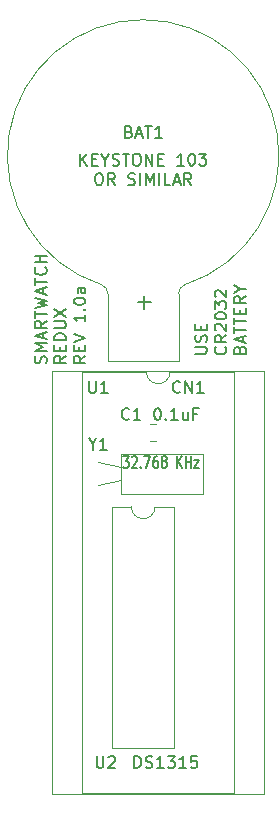
<source format=gto>
%TF.GenerationSoftware,KiCad,Pcbnew,(5.1.9)-1*%
%TF.CreationDate,2021-02-22T17:40:15+08:00*%
%TF.ProjectId,SmartWatchRedux,536d6172-7457-4617-9463-685265647578,rev?*%
%TF.SameCoordinates,Original*%
%TF.FileFunction,Legend,Top*%
%TF.FilePolarity,Positive*%
%FSLAX46Y46*%
G04 Gerber Fmt 4.6, Leading zero omitted, Abs format (unit mm)*
G04 Created by KiCad (PCBNEW (5.1.9)-1) date 2021-02-22 17:40:15*
%MOMM*%
%LPD*%
G01*
G04 APERTURE LIST*
%ADD10C,0.150000*%
%ADD11C,0.120000*%
G04 APERTURE END LIST*
D10*
X108609761Y-61434023D02*
X108657380Y-61291166D01*
X108657380Y-61053071D01*
X108609761Y-60957833D01*
X108562142Y-60910214D01*
X108466904Y-60862595D01*
X108371666Y-60862595D01*
X108276428Y-60910214D01*
X108228809Y-60957833D01*
X108181190Y-61053071D01*
X108133571Y-61243547D01*
X108085952Y-61338785D01*
X108038333Y-61386404D01*
X107943095Y-61434023D01*
X107847857Y-61434023D01*
X107752619Y-61386404D01*
X107705000Y-61338785D01*
X107657380Y-61243547D01*
X107657380Y-61005452D01*
X107705000Y-60862595D01*
X108657380Y-60434023D02*
X107657380Y-60434023D01*
X108371666Y-60100690D01*
X107657380Y-59767357D01*
X108657380Y-59767357D01*
X108371666Y-59338785D02*
X108371666Y-58862595D01*
X108657380Y-59434023D02*
X107657380Y-59100690D01*
X108657380Y-58767357D01*
X108657380Y-57862595D02*
X108181190Y-58195928D01*
X108657380Y-58434023D02*
X107657380Y-58434023D01*
X107657380Y-58053071D01*
X107705000Y-57957833D01*
X107752619Y-57910214D01*
X107847857Y-57862595D01*
X107990714Y-57862595D01*
X108085952Y-57910214D01*
X108133571Y-57957833D01*
X108181190Y-58053071D01*
X108181190Y-58434023D01*
X107657380Y-57576880D02*
X107657380Y-57005452D01*
X108657380Y-57291166D02*
X107657380Y-57291166D01*
X107657380Y-56767357D02*
X108657380Y-56529261D01*
X107943095Y-56338785D01*
X108657380Y-56148309D01*
X107657380Y-55910214D01*
X108371666Y-55576880D02*
X108371666Y-55100690D01*
X108657380Y-55672119D02*
X107657380Y-55338785D01*
X108657380Y-55005452D01*
X107657380Y-54814976D02*
X107657380Y-54243547D01*
X108657380Y-54529261D02*
X107657380Y-54529261D01*
X108562142Y-53338785D02*
X108609761Y-53386404D01*
X108657380Y-53529261D01*
X108657380Y-53624500D01*
X108609761Y-53767357D01*
X108514523Y-53862595D01*
X108419285Y-53910214D01*
X108228809Y-53957833D01*
X108085952Y-53957833D01*
X107895476Y-53910214D01*
X107800238Y-53862595D01*
X107705000Y-53767357D01*
X107657380Y-53624500D01*
X107657380Y-53529261D01*
X107705000Y-53386404D01*
X107752619Y-53338785D01*
X108657380Y-52910214D02*
X107657380Y-52910214D01*
X108133571Y-52910214D02*
X108133571Y-52338785D01*
X108657380Y-52338785D02*
X107657380Y-52338785D01*
X110307380Y-60814976D02*
X109831190Y-61148309D01*
X110307380Y-61386404D02*
X109307380Y-61386404D01*
X109307380Y-61005452D01*
X109355000Y-60910214D01*
X109402619Y-60862595D01*
X109497857Y-60814976D01*
X109640714Y-60814976D01*
X109735952Y-60862595D01*
X109783571Y-60910214D01*
X109831190Y-61005452D01*
X109831190Y-61386404D01*
X109783571Y-60386404D02*
X109783571Y-60053071D01*
X110307380Y-59910214D02*
X110307380Y-60386404D01*
X109307380Y-60386404D01*
X109307380Y-59910214D01*
X110307380Y-59481642D02*
X109307380Y-59481642D01*
X109307380Y-59243547D01*
X109355000Y-59100690D01*
X109450238Y-59005452D01*
X109545476Y-58957833D01*
X109735952Y-58910214D01*
X109878809Y-58910214D01*
X110069285Y-58957833D01*
X110164523Y-59005452D01*
X110259761Y-59100690D01*
X110307380Y-59243547D01*
X110307380Y-59481642D01*
X109307380Y-58481642D02*
X110116904Y-58481642D01*
X110212142Y-58434023D01*
X110259761Y-58386404D01*
X110307380Y-58291166D01*
X110307380Y-58100690D01*
X110259761Y-58005452D01*
X110212142Y-57957833D01*
X110116904Y-57910214D01*
X109307380Y-57910214D01*
X109307380Y-57529261D02*
X110307380Y-56862595D01*
X109307380Y-56862595D02*
X110307380Y-57529261D01*
X111957380Y-60814976D02*
X111481190Y-61148309D01*
X111957380Y-61386404D02*
X110957380Y-61386404D01*
X110957380Y-61005452D01*
X111005000Y-60910214D01*
X111052619Y-60862595D01*
X111147857Y-60814976D01*
X111290714Y-60814976D01*
X111385952Y-60862595D01*
X111433571Y-60910214D01*
X111481190Y-61005452D01*
X111481190Y-61386404D01*
X111433571Y-60386404D02*
X111433571Y-60053071D01*
X111957380Y-59910214D02*
X111957380Y-60386404D01*
X110957380Y-60386404D01*
X110957380Y-59910214D01*
X110957380Y-59624500D02*
X111957380Y-59291166D01*
X110957380Y-58957833D01*
X111957380Y-57338785D02*
X111957380Y-57910214D01*
X111957380Y-57624500D02*
X110957380Y-57624500D01*
X111100238Y-57719738D01*
X111195476Y-57814976D01*
X111243095Y-57910214D01*
X111862142Y-56910214D02*
X111909761Y-56862595D01*
X111957380Y-56910214D01*
X111909761Y-56957833D01*
X111862142Y-56910214D01*
X111957380Y-56910214D01*
X110957380Y-56243547D02*
X110957380Y-56148309D01*
X111005000Y-56053071D01*
X111052619Y-56005452D01*
X111147857Y-55957833D01*
X111338333Y-55910214D01*
X111576428Y-55910214D01*
X111766904Y-55957833D01*
X111862142Y-56005452D01*
X111909761Y-56053071D01*
X111957380Y-56148309D01*
X111957380Y-56243547D01*
X111909761Y-56338785D01*
X111862142Y-56386404D01*
X111766904Y-56434023D01*
X111576428Y-56481642D01*
X111338333Y-56481642D01*
X111147857Y-56434023D01*
X111052619Y-56386404D01*
X111005000Y-56338785D01*
X110957380Y-56243547D01*
X111957380Y-55053071D02*
X111433571Y-55053071D01*
X111338333Y-55100690D01*
X111290714Y-55195928D01*
X111290714Y-55386404D01*
X111338333Y-55481642D01*
X111909761Y-55053071D02*
X111957380Y-55148309D01*
X111957380Y-55386404D01*
X111909761Y-55481642D01*
X111814523Y-55529261D01*
X111719285Y-55529261D01*
X111624047Y-55481642D01*
X111576428Y-55386404D01*
X111576428Y-55148309D01*
X111528809Y-55053071D01*
X121246380Y-60624404D02*
X122055904Y-60624404D01*
X122151142Y-60576785D01*
X122198761Y-60529166D01*
X122246380Y-60433928D01*
X122246380Y-60243452D01*
X122198761Y-60148214D01*
X122151142Y-60100595D01*
X122055904Y-60052976D01*
X121246380Y-60052976D01*
X122198761Y-59624404D02*
X122246380Y-59481547D01*
X122246380Y-59243452D01*
X122198761Y-59148214D01*
X122151142Y-59100595D01*
X122055904Y-59052976D01*
X121960666Y-59052976D01*
X121865428Y-59100595D01*
X121817809Y-59148214D01*
X121770190Y-59243452D01*
X121722571Y-59433928D01*
X121674952Y-59529166D01*
X121627333Y-59576785D01*
X121532095Y-59624404D01*
X121436857Y-59624404D01*
X121341619Y-59576785D01*
X121294000Y-59529166D01*
X121246380Y-59433928D01*
X121246380Y-59195833D01*
X121294000Y-59052976D01*
X121722571Y-58624404D02*
X121722571Y-58291071D01*
X122246380Y-58148214D02*
X122246380Y-58624404D01*
X121246380Y-58624404D01*
X121246380Y-58148214D01*
X123801142Y-60052976D02*
X123848761Y-60100595D01*
X123896380Y-60243452D01*
X123896380Y-60338690D01*
X123848761Y-60481547D01*
X123753523Y-60576785D01*
X123658285Y-60624404D01*
X123467809Y-60672023D01*
X123324952Y-60672023D01*
X123134476Y-60624404D01*
X123039238Y-60576785D01*
X122944000Y-60481547D01*
X122896380Y-60338690D01*
X122896380Y-60243452D01*
X122944000Y-60100595D01*
X122991619Y-60052976D01*
X123896380Y-59052976D02*
X123420190Y-59386309D01*
X123896380Y-59624404D02*
X122896380Y-59624404D01*
X122896380Y-59243452D01*
X122944000Y-59148214D01*
X122991619Y-59100595D01*
X123086857Y-59052976D01*
X123229714Y-59052976D01*
X123324952Y-59100595D01*
X123372571Y-59148214D01*
X123420190Y-59243452D01*
X123420190Y-59624404D01*
X122991619Y-58672023D02*
X122944000Y-58624404D01*
X122896380Y-58529166D01*
X122896380Y-58291071D01*
X122944000Y-58195833D01*
X122991619Y-58148214D01*
X123086857Y-58100595D01*
X123182095Y-58100595D01*
X123324952Y-58148214D01*
X123896380Y-58719642D01*
X123896380Y-58100595D01*
X122896380Y-57481547D02*
X122896380Y-57386309D01*
X122944000Y-57291071D01*
X122991619Y-57243452D01*
X123086857Y-57195833D01*
X123277333Y-57148214D01*
X123515428Y-57148214D01*
X123705904Y-57195833D01*
X123801142Y-57243452D01*
X123848761Y-57291071D01*
X123896380Y-57386309D01*
X123896380Y-57481547D01*
X123848761Y-57576785D01*
X123801142Y-57624404D01*
X123705904Y-57672023D01*
X123515428Y-57719642D01*
X123277333Y-57719642D01*
X123086857Y-57672023D01*
X122991619Y-57624404D01*
X122944000Y-57576785D01*
X122896380Y-57481547D01*
X122896380Y-56814880D02*
X122896380Y-56195833D01*
X123277333Y-56529166D01*
X123277333Y-56386309D01*
X123324952Y-56291071D01*
X123372571Y-56243452D01*
X123467809Y-56195833D01*
X123705904Y-56195833D01*
X123801142Y-56243452D01*
X123848761Y-56291071D01*
X123896380Y-56386309D01*
X123896380Y-56672023D01*
X123848761Y-56767261D01*
X123801142Y-56814880D01*
X122991619Y-55814880D02*
X122944000Y-55767261D01*
X122896380Y-55672023D01*
X122896380Y-55433928D01*
X122944000Y-55338690D01*
X122991619Y-55291071D01*
X123086857Y-55243452D01*
X123182095Y-55243452D01*
X123324952Y-55291071D01*
X123896380Y-55862500D01*
X123896380Y-55243452D01*
X125022571Y-60291071D02*
X125070190Y-60148214D01*
X125117809Y-60100595D01*
X125213047Y-60052976D01*
X125355904Y-60052976D01*
X125451142Y-60100595D01*
X125498761Y-60148214D01*
X125546380Y-60243452D01*
X125546380Y-60624404D01*
X124546380Y-60624404D01*
X124546380Y-60291071D01*
X124594000Y-60195833D01*
X124641619Y-60148214D01*
X124736857Y-60100595D01*
X124832095Y-60100595D01*
X124927333Y-60148214D01*
X124974952Y-60195833D01*
X125022571Y-60291071D01*
X125022571Y-60624404D01*
X125260666Y-59672023D02*
X125260666Y-59195833D01*
X125546380Y-59767261D02*
X124546380Y-59433928D01*
X125546380Y-59100595D01*
X124546380Y-58910119D02*
X124546380Y-58338690D01*
X125546380Y-58624404D02*
X124546380Y-58624404D01*
X124546380Y-58148214D02*
X124546380Y-57576785D01*
X125546380Y-57862500D02*
X124546380Y-57862500D01*
X125022571Y-57243452D02*
X125022571Y-56910119D01*
X125546380Y-56767261D02*
X125546380Y-57243452D01*
X124546380Y-57243452D01*
X124546380Y-56767261D01*
X125546380Y-55767261D02*
X125070190Y-56100595D01*
X125546380Y-56338690D02*
X124546380Y-56338690D01*
X124546380Y-55957738D01*
X124594000Y-55862500D01*
X124641619Y-55814880D01*
X124736857Y-55767261D01*
X124879714Y-55767261D01*
X124974952Y-55814880D01*
X125022571Y-55862500D01*
X125070190Y-55957738D01*
X125070190Y-56338690D01*
X125070190Y-55148214D02*
X125546380Y-55148214D01*
X124546380Y-55481547D02*
X125070190Y-55148214D01*
X124546380Y-54814880D01*
X111530476Y-44712380D02*
X111530476Y-43712380D01*
X112101904Y-44712380D02*
X111673333Y-44140952D01*
X112101904Y-43712380D02*
X111530476Y-44283809D01*
X112530476Y-44188571D02*
X112863809Y-44188571D01*
X113006666Y-44712380D02*
X112530476Y-44712380D01*
X112530476Y-43712380D01*
X113006666Y-43712380D01*
X113625714Y-44236190D02*
X113625714Y-44712380D01*
X113292380Y-43712380D02*
X113625714Y-44236190D01*
X113959047Y-43712380D01*
X114244761Y-44664761D02*
X114387619Y-44712380D01*
X114625714Y-44712380D01*
X114720952Y-44664761D01*
X114768571Y-44617142D01*
X114816190Y-44521904D01*
X114816190Y-44426666D01*
X114768571Y-44331428D01*
X114720952Y-44283809D01*
X114625714Y-44236190D01*
X114435238Y-44188571D01*
X114340000Y-44140952D01*
X114292380Y-44093333D01*
X114244761Y-43998095D01*
X114244761Y-43902857D01*
X114292380Y-43807619D01*
X114340000Y-43760000D01*
X114435238Y-43712380D01*
X114673333Y-43712380D01*
X114816190Y-43760000D01*
X115101904Y-43712380D02*
X115673333Y-43712380D01*
X115387619Y-44712380D02*
X115387619Y-43712380D01*
X116197142Y-43712380D02*
X116387619Y-43712380D01*
X116482857Y-43760000D01*
X116578095Y-43855238D01*
X116625714Y-44045714D01*
X116625714Y-44379047D01*
X116578095Y-44569523D01*
X116482857Y-44664761D01*
X116387619Y-44712380D01*
X116197142Y-44712380D01*
X116101904Y-44664761D01*
X116006666Y-44569523D01*
X115959047Y-44379047D01*
X115959047Y-44045714D01*
X116006666Y-43855238D01*
X116101904Y-43760000D01*
X116197142Y-43712380D01*
X117054285Y-44712380D02*
X117054285Y-43712380D01*
X117625714Y-44712380D01*
X117625714Y-43712380D01*
X118101904Y-44188571D02*
X118435238Y-44188571D01*
X118578095Y-44712380D02*
X118101904Y-44712380D01*
X118101904Y-43712380D01*
X118578095Y-43712380D01*
X120292380Y-44712380D02*
X119720952Y-44712380D01*
X120006666Y-44712380D02*
X120006666Y-43712380D01*
X119911428Y-43855238D01*
X119816190Y-43950476D01*
X119720952Y-43998095D01*
X120911428Y-43712380D02*
X121006666Y-43712380D01*
X121101904Y-43760000D01*
X121149523Y-43807619D01*
X121197142Y-43902857D01*
X121244761Y-44093333D01*
X121244761Y-44331428D01*
X121197142Y-44521904D01*
X121149523Y-44617142D01*
X121101904Y-44664761D01*
X121006666Y-44712380D01*
X120911428Y-44712380D01*
X120816190Y-44664761D01*
X120768571Y-44617142D01*
X120720952Y-44521904D01*
X120673333Y-44331428D01*
X120673333Y-44093333D01*
X120720952Y-43902857D01*
X120768571Y-43807619D01*
X120816190Y-43760000D01*
X120911428Y-43712380D01*
X121578095Y-43712380D02*
X122197142Y-43712380D01*
X121863809Y-44093333D01*
X122006666Y-44093333D01*
X122101904Y-44140952D01*
X122149523Y-44188571D01*
X122197142Y-44283809D01*
X122197142Y-44521904D01*
X122149523Y-44617142D01*
X122101904Y-44664761D01*
X122006666Y-44712380D01*
X121720952Y-44712380D01*
X121625714Y-44664761D01*
X121578095Y-44617142D01*
X113006666Y-45362380D02*
X113197142Y-45362380D01*
X113292380Y-45410000D01*
X113387619Y-45505238D01*
X113435238Y-45695714D01*
X113435238Y-46029047D01*
X113387619Y-46219523D01*
X113292380Y-46314761D01*
X113197142Y-46362380D01*
X113006666Y-46362380D01*
X112911428Y-46314761D01*
X112816190Y-46219523D01*
X112768571Y-46029047D01*
X112768571Y-45695714D01*
X112816190Y-45505238D01*
X112911428Y-45410000D01*
X113006666Y-45362380D01*
X114435238Y-46362380D02*
X114101904Y-45886190D01*
X113863809Y-46362380D02*
X113863809Y-45362380D01*
X114244761Y-45362380D01*
X114340000Y-45410000D01*
X114387619Y-45457619D01*
X114435238Y-45552857D01*
X114435238Y-45695714D01*
X114387619Y-45790952D01*
X114340000Y-45838571D01*
X114244761Y-45886190D01*
X113863809Y-45886190D01*
X115578095Y-46314761D02*
X115720952Y-46362380D01*
X115959047Y-46362380D01*
X116054285Y-46314761D01*
X116101904Y-46267142D01*
X116149523Y-46171904D01*
X116149523Y-46076666D01*
X116101904Y-45981428D01*
X116054285Y-45933809D01*
X115959047Y-45886190D01*
X115768571Y-45838571D01*
X115673333Y-45790952D01*
X115625714Y-45743333D01*
X115578095Y-45648095D01*
X115578095Y-45552857D01*
X115625714Y-45457619D01*
X115673333Y-45410000D01*
X115768571Y-45362380D01*
X116006666Y-45362380D01*
X116149523Y-45410000D01*
X116578095Y-46362380D02*
X116578095Y-45362380D01*
X117054285Y-46362380D02*
X117054285Y-45362380D01*
X117387619Y-46076666D01*
X117720952Y-45362380D01*
X117720952Y-46362380D01*
X118197142Y-46362380D02*
X118197142Y-45362380D01*
X119149523Y-46362380D02*
X118673333Y-46362380D01*
X118673333Y-45362380D01*
X119435238Y-46076666D02*
X119911428Y-46076666D01*
X119340000Y-46362380D02*
X119673333Y-45362380D01*
X120006666Y-46362380D01*
X120911428Y-46362380D02*
X120578095Y-45886190D01*
X120340000Y-46362380D02*
X120340000Y-45362380D01*
X120720952Y-45362380D01*
X120816190Y-45410000D01*
X120863809Y-45457619D01*
X120911428Y-45552857D01*
X120911428Y-45695714D01*
X120863809Y-45790952D01*
X120816190Y-45838571D01*
X120720952Y-45886190D01*
X120340000Y-45886190D01*
D11*
%TO.C,C1*%
X117968752Y-68045000D02*
X117446248Y-68045000D01*
X117968752Y-66575000D02*
X117446248Y-66575000D01*
%TO.C,Y1*%
X113030000Y-69850000D02*
X114935000Y-70231000D01*
X113030000Y-71755000D02*
X114935000Y-71374000D01*
X114935000Y-72505000D02*
X121920000Y-72505000D01*
X121920000Y-69105000D02*
X114935000Y-69105000D01*
X114935000Y-69105000D02*
X114935000Y-72505000D01*
X121920000Y-72505000D02*
X121920000Y-69105000D01*
%TO.C,U1*%
X117110000Y-62170000D02*
X111650000Y-62170000D01*
X111650000Y-62170000D02*
X111650000Y-97850000D01*
X111650000Y-97850000D02*
X124570000Y-97850000D01*
X124570000Y-97850000D02*
X124570000Y-62170000D01*
X124570000Y-62170000D02*
X119110000Y-62170000D01*
X109160000Y-62110000D02*
X109160000Y-97910000D01*
X109160000Y-97910000D02*
X127060000Y-97910000D01*
X127060000Y-97910000D02*
X127060000Y-62110000D01*
X127060000Y-62110000D02*
X109160000Y-62110000D01*
X119110000Y-62170000D02*
G75*
G02*
X117110000Y-62170000I-1000000J0D01*
G01*
%TO.C,U2*%
X115840000Y-73600000D02*
X114190000Y-73600000D01*
X114190000Y-73600000D02*
X114190000Y-94040000D01*
X114190000Y-94040000D02*
X119490000Y-94040000D01*
X119490000Y-94040000D02*
X119490000Y-73600000D01*
X119490000Y-73600000D02*
X117840000Y-73600000D01*
X117840000Y-73600000D02*
G75*
G02*
X115840000Y-73600000I-1000000J0D01*
G01*
%TO.C,BAT1*%
X113840000Y-61255000D02*
X113840000Y-55555000D01*
X119840000Y-61255000D02*
X113840000Y-61255000D01*
X119840000Y-61255000D02*
X119840000Y-55555000D01*
X113313616Y-54803246D02*
G75*
G02*
X113840000Y-55555000I-273616J-751754D01*
G01*
X116885281Y-32359329D02*
G75*
G03*
X113340000Y-54805000I-45281J-11495671D01*
G01*
X120366384Y-54803246D02*
G75*
G03*
X119840000Y-55555000I273616J-751754D01*
G01*
X116794719Y-32359329D02*
G75*
G02*
X120340000Y-54805000I45281J-11495671D01*
G01*
%TD*%
%TO.C,CN1*%
D10*
X119959523Y-63857142D02*
X119911904Y-63904761D01*
X119769047Y-63952380D01*
X119673809Y-63952380D01*
X119530952Y-63904761D01*
X119435714Y-63809523D01*
X119388095Y-63714285D01*
X119340476Y-63523809D01*
X119340476Y-63380952D01*
X119388095Y-63190476D01*
X119435714Y-63095238D01*
X119530952Y-63000000D01*
X119673809Y-62952380D01*
X119769047Y-62952380D01*
X119911904Y-63000000D01*
X119959523Y-63047619D01*
X120388095Y-63952380D02*
X120388095Y-62952380D01*
X120959523Y-63952380D01*
X120959523Y-62952380D01*
X121959523Y-63952380D02*
X121388095Y-63952380D01*
X121673809Y-63952380D02*
X121673809Y-62952380D01*
X121578571Y-63095238D01*
X121483333Y-63190476D01*
X121388095Y-63238095D01*
%TO.C,C1*%
X115657333Y-66143142D02*
X115609714Y-66190761D01*
X115466857Y-66238380D01*
X115371619Y-66238380D01*
X115228761Y-66190761D01*
X115133523Y-66095523D01*
X115085904Y-66000285D01*
X115038285Y-65809809D01*
X115038285Y-65666952D01*
X115085904Y-65476476D01*
X115133523Y-65381238D01*
X115228761Y-65286000D01*
X115371619Y-65238380D01*
X115466857Y-65238380D01*
X115609714Y-65286000D01*
X115657333Y-65333619D01*
X116609714Y-66238380D02*
X116038285Y-66238380D01*
X116324000Y-66238380D02*
X116324000Y-65238380D01*
X116228761Y-65381238D01*
X116133523Y-65476476D01*
X116038285Y-65524095D01*
X117991142Y-65238380D02*
X118086380Y-65238380D01*
X118181619Y-65286000D01*
X118229238Y-65333619D01*
X118276857Y-65428857D01*
X118324476Y-65619333D01*
X118324476Y-65857428D01*
X118276857Y-66047904D01*
X118229238Y-66143142D01*
X118181619Y-66190761D01*
X118086380Y-66238380D01*
X117991142Y-66238380D01*
X117895904Y-66190761D01*
X117848285Y-66143142D01*
X117800666Y-66047904D01*
X117753047Y-65857428D01*
X117753047Y-65619333D01*
X117800666Y-65428857D01*
X117848285Y-65333619D01*
X117895904Y-65286000D01*
X117991142Y-65238380D01*
X118753047Y-66143142D02*
X118800666Y-66190761D01*
X118753047Y-66238380D01*
X118705428Y-66190761D01*
X118753047Y-66143142D01*
X118753047Y-66238380D01*
X119753047Y-66238380D02*
X119181619Y-66238380D01*
X119467333Y-66238380D02*
X119467333Y-65238380D01*
X119372095Y-65381238D01*
X119276857Y-65476476D01*
X119181619Y-65524095D01*
X120610190Y-65571714D02*
X120610190Y-66238380D01*
X120181619Y-65571714D02*
X120181619Y-66095523D01*
X120229238Y-66190761D01*
X120324476Y-66238380D01*
X120467333Y-66238380D01*
X120562571Y-66190761D01*
X120610190Y-66143142D01*
X121419714Y-65714571D02*
X121086380Y-65714571D01*
X121086380Y-66238380D02*
X121086380Y-65238380D01*
X121562571Y-65238380D01*
%TO.C,Y1*%
X112553809Y-68302190D02*
X112553809Y-68778380D01*
X112220476Y-67778380D02*
X112553809Y-68302190D01*
X112887142Y-67778380D01*
X113744285Y-68778380D02*
X113172857Y-68778380D01*
X113458571Y-68778380D02*
X113458571Y-67778380D01*
X113363333Y-67921238D01*
X113268095Y-68016476D01*
X113172857Y-68064095D01*
X115149714Y-69302380D02*
X115614000Y-69302380D01*
X115364000Y-69683333D01*
X115471142Y-69683333D01*
X115542571Y-69730952D01*
X115578285Y-69778571D01*
X115614000Y-69873809D01*
X115614000Y-70111904D01*
X115578285Y-70207142D01*
X115542571Y-70254761D01*
X115471142Y-70302380D01*
X115256857Y-70302380D01*
X115185428Y-70254761D01*
X115149714Y-70207142D01*
X115899714Y-69397619D02*
X115935428Y-69350000D01*
X116006857Y-69302380D01*
X116185428Y-69302380D01*
X116256857Y-69350000D01*
X116292571Y-69397619D01*
X116328285Y-69492857D01*
X116328285Y-69588095D01*
X116292571Y-69730952D01*
X115864000Y-70302380D01*
X116328285Y-70302380D01*
X116649714Y-70207142D02*
X116685428Y-70254761D01*
X116649714Y-70302380D01*
X116614000Y-70254761D01*
X116649714Y-70207142D01*
X116649714Y-70302380D01*
X116935428Y-69302380D02*
X117435428Y-69302380D01*
X117114000Y-70302380D01*
X118042571Y-69302380D02*
X117899714Y-69302380D01*
X117828285Y-69350000D01*
X117792571Y-69397619D01*
X117721142Y-69540476D01*
X117685428Y-69730952D01*
X117685428Y-70111904D01*
X117721142Y-70207142D01*
X117756857Y-70254761D01*
X117828285Y-70302380D01*
X117971142Y-70302380D01*
X118042571Y-70254761D01*
X118078285Y-70207142D01*
X118114000Y-70111904D01*
X118114000Y-69873809D01*
X118078285Y-69778571D01*
X118042571Y-69730952D01*
X117971142Y-69683333D01*
X117828285Y-69683333D01*
X117756857Y-69730952D01*
X117721142Y-69778571D01*
X117685428Y-69873809D01*
X118542571Y-69730952D02*
X118471142Y-69683333D01*
X118435428Y-69635714D01*
X118399714Y-69540476D01*
X118399714Y-69492857D01*
X118435428Y-69397619D01*
X118471142Y-69350000D01*
X118542571Y-69302380D01*
X118685428Y-69302380D01*
X118756857Y-69350000D01*
X118792571Y-69397619D01*
X118828285Y-69492857D01*
X118828285Y-69540476D01*
X118792571Y-69635714D01*
X118756857Y-69683333D01*
X118685428Y-69730952D01*
X118542571Y-69730952D01*
X118471142Y-69778571D01*
X118435428Y-69826190D01*
X118399714Y-69921428D01*
X118399714Y-70111904D01*
X118435428Y-70207142D01*
X118471142Y-70254761D01*
X118542571Y-70302380D01*
X118685428Y-70302380D01*
X118756857Y-70254761D01*
X118792571Y-70207142D01*
X118828285Y-70111904D01*
X118828285Y-69921428D01*
X118792571Y-69826190D01*
X118756857Y-69778571D01*
X118685428Y-69730952D01*
X119721142Y-70302380D02*
X119721142Y-69302380D01*
X120149714Y-70302380D02*
X119828285Y-69730952D01*
X120149714Y-69302380D02*
X119721142Y-69873809D01*
X120471142Y-70302380D02*
X120471142Y-69302380D01*
X120471142Y-69778571D02*
X120899714Y-69778571D01*
X120899714Y-70302380D02*
X120899714Y-69302380D01*
X121185428Y-69635714D02*
X121578285Y-69635714D01*
X121185428Y-70302380D01*
X121578285Y-70302380D01*
%TO.C,U1*%
X112268095Y-62952380D02*
X112268095Y-63761904D01*
X112315714Y-63857142D01*
X112363333Y-63904761D01*
X112458571Y-63952380D01*
X112649047Y-63952380D01*
X112744285Y-63904761D01*
X112791904Y-63857142D01*
X112839523Y-63761904D01*
X112839523Y-62952380D01*
X113839523Y-63952380D02*
X113268095Y-63952380D01*
X113553809Y-63952380D02*
X113553809Y-62952380D01*
X113458571Y-63095238D01*
X113363333Y-63190476D01*
X113268095Y-63238095D01*
%TO.C,U2*%
X112903095Y-94702380D02*
X112903095Y-95511904D01*
X112950714Y-95607142D01*
X112998333Y-95654761D01*
X113093571Y-95702380D01*
X113284047Y-95702380D01*
X113379285Y-95654761D01*
X113426904Y-95607142D01*
X113474523Y-95511904D01*
X113474523Y-94702380D01*
X113903095Y-94797619D02*
X113950714Y-94750000D01*
X114045952Y-94702380D01*
X114284047Y-94702380D01*
X114379285Y-94750000D01*
X114426904Y-94797619D01*
X114474523Y-94892857D01*
X114474523Y-94988095D01*
X114426904Y-95130952D01*
X113855476Y-95702380D01*
X114474523Y-95702380D01*
X116102142Y-95702380D02*
X116102142Y-94702380D01*
X116340238Y-94702380D01*
X116483095Y-94750000D01*
X116578333Y-94845238D01*
X116625952Y-94940476D01*
X116673571Y-95130952D01*
X116673571Y-95273809D01*
X116625952Y-95464285D01*
X116578333Y-95559523D01*
X116483095Y-95654761D01*
X116340238Y-95702380D01*
X116102142Y-95702380D01*
X117054523Y-95654761D02*
X117197380Y-95702380D01*
X117435476Y-95702380D01*
X117530714Y-95654761D01*
X117578333Y-95607142D01*
X117625952Y-95511904D01*
X117625952Y-95416666D01*
X117578333Y-95321428D01*
X117530714Y-95273809D01*
X117435476Y-95226190D01*
X117245000Y-95178571D01*
X117149761Y-95130952D01*
X117102142Y-95083333D01*
X117054523Y-94988095D01*
X117054523Y-94892857D01*
X117102142Y-94797619D01*
X117149761Y-94750000D01*
X117245000Y-94702380D01*
X117483095Y-94702380D01*
X117625952Y-94750000D01*
X118578333Y-95702380D02*
X118006904Y-95702380D01*
X118292619Y-95702380D02*
X118292619Y-94702380D01*
X118197380Y-94845238D01*
X118102142Y-94940476D01*
X118006904Y-94988095D01*
X118911666Y-94702380D02*
X119530714Y-94702380D01*
X119197380Y-95083333D01*
X119340238Y-95083333D01*
X119435476Y-95130952D01*
X119483095Y-95178571D01*
X119530714Y-95273809D01*
X119530714Y-95511904D01*
X119483095Y-95607142D01*
X119435476Y-95654761D01*
X119340238Y-95702380D01*
X119054523Y-95702380D01*
X118959285Y-95654761D01*
X118911666Y-95607142D01*
X120483095Y-95702380D02*
X119911666Y-95702380D01*
X120197380Y-95702380D02*
X120197380Y-94702380D01*
X120102142Y-94845238D01*
X120006904Y-94940476D01*
X119911666Y-94988095D01*
X121387857Y-94702380D02*
X120911666Y-94702380D01*
X120864047Y-95178571D01*
X120911666Y-95130952D01*
X121006904Y-95083333D01*
X121245000Y-95083333D01*
X121340238Y-95130952D01*
X121387857Y-95178571D01*
X121435476Y-95273809D01*
X121435476Y-95511904D01*
X121387857Y-95607142D01*
X121340238Y-95654761D01*
X121245000Y-95702380D01*
X121006904Y-95702380D01*
X120911666Y-95654761D01*
X120864047Y-95607142D01*
%TO.C,BAT1*%
X115625714Y-41838571D02*
X115768571Y-41886190D01*
X115816190Y-41933809D01*
X115863809Y-42029047D01*
X115863809Y-42171904D01*
X115816190Y-42267142D01*
X115768571Y-42314761D01*
X115673333Y-42362380D01*
X115292380Y-42362380D01*
X115292380Y-41362380D01*
X115625714Y-41362380D01*
X115720952Y-41410000D01*
X115768571Y-41457619D01*
X115816190Y-41552857D01*
X115816190Y-41648095D01*
X115768571Y-41743333D01*
X115720952Y-41790952D01*
X115625714Y-41838571D01*
X115292380Y-41838571D01*
X116244761Y-42076666D02*
X116720952Y-42076666D01*
X116149523Y-42362380D02*
X116482857Y-41362380D01*
X116816190Y-42362380D01*
X117006666Y-41362380D02*
X117578095Y-41362380D01*
X117292380Y-42362380D02*
X117292380Y-41362380D01*
X118435238Y-42362380D02*
X117863809Y-42362380D01*
X118149523Y-42362380D02*
X118149523Y-41362380D01*
X118054285Y-41505238D01*
X117959047Y-41600476D01*
X117863809Y-41648095D01*
X116947142Y-56876428D02*
X116947142Y-55733571D01*
X117518571Y-56305000D02*
X116375714Y-56305000D01*
%TD*%
M02*

</source>
